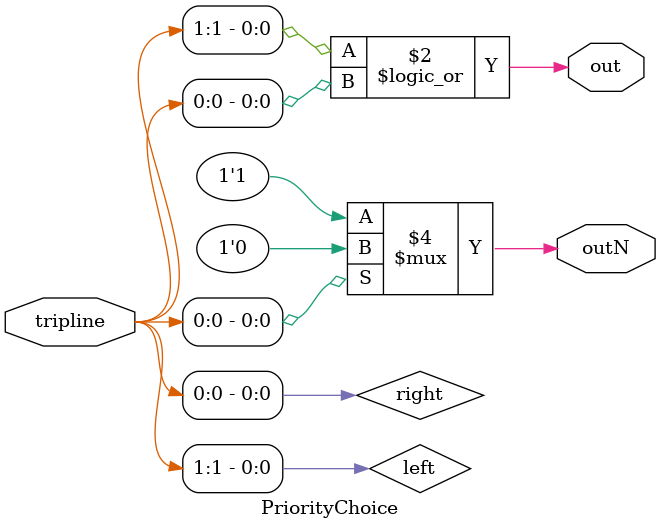
<source format=v>

module t (/*AUTOARG*/
   // Inputs
   clk
   );
   input clk;

   integer 	cyc=0;
   reg [63:0] 	crc;
   reg [63:0] 	sum;

   // Take CRC data and apply to testblock inputs
   wire [7:0]  tripline = crc[7:0];

   /*AUTOWIRE*/

   wire         valid;
   wire [3-1:0] value;

   PriorityChoice #(.OCODEWIDTH(3))
   pe (.out(valid), .outN(value[2:0]), .tripline(tripline));

   // Aggregate outputs into a single result vector
   wire [63:0] result = {60'h0, valid, value};

   // Test loop
   always @ (posedge clk) begin
`ifdef TEST_VERBOSE
      $write("[%0t] cyc==%0d crc=%x result=%x\n",$time, cyc, crc, result);
`endif
      cyc <= cyc + 1;
      crc <= {crc[62:0], crc[63]^crc[2]^crc[0]};
      sum <= result ^ {sum[62:0],sum[63]^sum[2]^sum[0]};
      if (cyc==0) begin
	 // Setup
	 crc <= 64'h5aef0c8d_d70a4497;
	 sum <= 64'h0;
      end
      else if (cyc<10) begin
	 sum <= 64'h0;
      end
      else if (cyc<90) begin
      end
      else if (cyc==99) begin
	 $write("[%0t] cyc==%0d crc=%x sum=%x\n",$time, cyc, crc, sum);
	 if (crc !== 64'hc77bb9b3784ea091) $stop;
	 // What checksum will we end up with (above print should match)
`define EXPECTED_SUM 64'hc5fc632f816568fb
	 if (sum !== `EXPECTED_SUM) $stop;
	 $write("*-* All Finished *-*\n");
	 $finish;
      end
   end

endmodule

module PriorityChoice (out, outN, tripline);
   parameter OCODEWIDTH = 1;
   localparam CODEWIDTH=OCODEWIDTH-1;
   localparam SCODEWIDTH= (CODEWIDTH<1) ? 1 : CODEWIDTH;

   output reg             out;
   output reg [OCODEWIDTH-1:0] outN;
   input wire [(1<<OCODEWIDTH)-1:0] tripline;
   wire 			    left;
   wire [SCODEWIDTH-1:0] 	    leftN;
   wire 			    right;
   wire [SCODEWIDTH-1:0] 	    rightN;

   generate
      if(OCODEWIDTH==1) begin
	 assign left = tripline[1];
	 assign right = tripline[0];

	 always @(*) begin
	    out = left || right ;
	    if(right) begin outN = {1'b0}; end
	    else  begin outN = {1'b1}; end
	 end
      end else begin
	 PriorityChoice #(.OCODEWIDTH(OCODEWIDTH-1))
	 leftMap
	   (
	    .out(left),
	    .outN(leftN),
	    .tripline(tripline[(2<<CODEWIDTH)-1:(1<<CODEWIDTH)])
	    );
	 PriorityChoice #(.OCODEWIDTH(OCODEWIDTH-1))
	 rightMap
	   (
	    .out(right),
	    .outN(rightN),
	    .tripline(tripline[(1<<CODEWIDTH)-1:0])
	    );
	 always @(*) begin
	    if(right) begin
               out  = right;
               outN = {1'b0, rightN[OCODEWIDTH-2:0]};
	    end else begin
               out  = left;
               outN = {1'b1, leftN[OCODEWIDTH-2:0]};
	    end
	 end
      end
   endgenerate
endmodule

</source>
